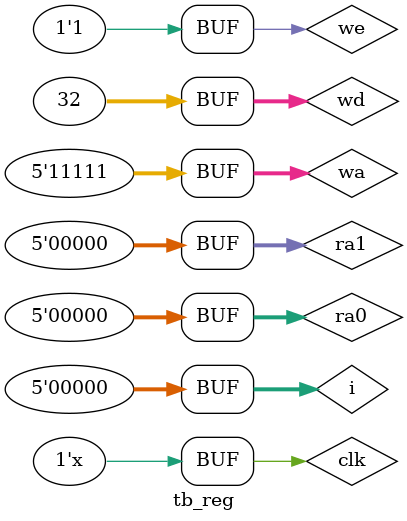
<source format=v>
`timescale 1ns/1ps
module tb_reg ();
    reg clk, we;
    reg [4:0] ra0, ra1, wa;
    reg [31:0] wd;

    wire [31:0] rd0, rd1;

register_file reg1(
    .clk(clk),
    .ra0(ra0),
    .rd0(rd0),
    .ra1(ra1),
    .rd1(rd1),
    .wa(wa),
    .we(we),
    .wd(wd)
);
reg [4:0] i;
always #5 clk = ~clk;
initial begin
    clk = 0;
    we = 0;
    wa = 5'b0;
    wd = 32'h1;
    ra1 = 5'b0;
    #10 we = 1'b1;
    for (i=0; i<32; i=i+1) begin
    #10 wd = i+1; wa = i; ra0 = i-1;
    end
    ra0 = i;
end




endmodule
</source>
